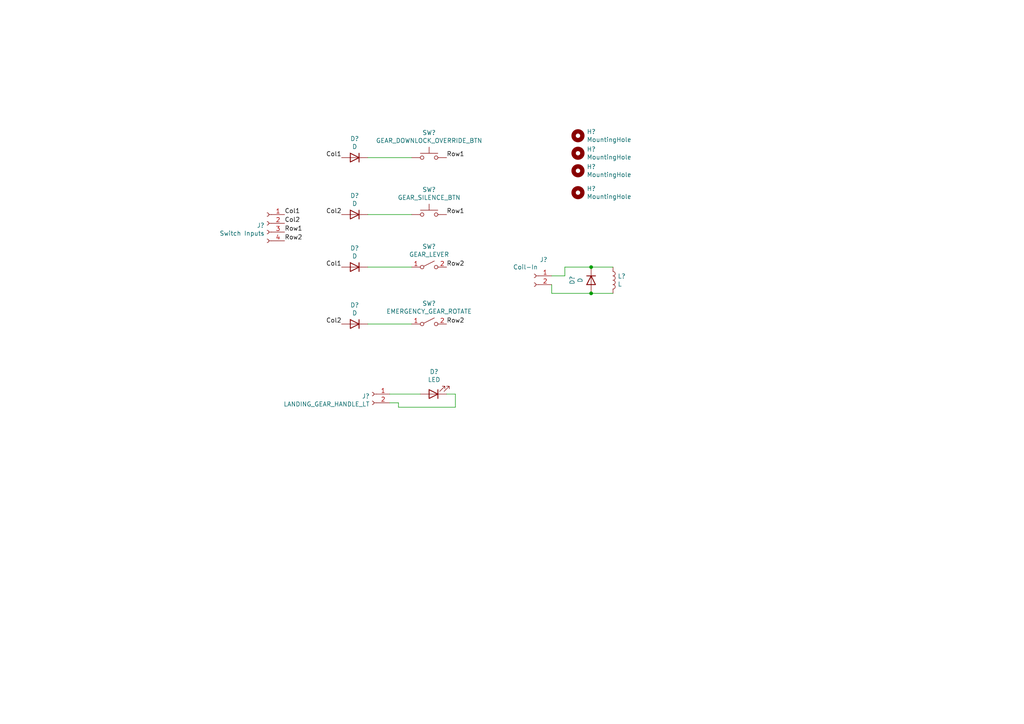
<source format=kicad_sch>
(kicad_sch (version 20211123) (generator eeschema)
  (paper "A4")
  (lib_symbols
    (symbol "Connector:Conn_01x02_Female" (pin_names (offset 1.016) hide)
      (property "Reference" "J" (at 0 2.54 0))
      (property "Value" "Conn_01x02_Female" (at 0 -5.08 0))
      (symbol "Conn_01x02_Female_1_1"
        (arc (start 0 -2.032) (mid -0.508 -2.54) (end 0 -3.048) (stroke (width 0.1524)))
        (polyline (pts (xy -1.27 -2.54) (xy -0.508 -2.54)) (stroke (width 0.1524)))
        (polyline (pts (xy -1.27 0) (xy -0.508 0)) (stroke (width 0.1524)))
        (arc (start 0 0.508) (mid -0.508 0) (end 0 -0.508) (stroke (width 0.1524)))
        (pin passive line (at -5.08 0 0) (length 3.81) (name "Pin_1") (number "1"))
        (pin passive line (at -5.08 -2.54 0) (length 3.81) (name "Pin_2") (number "2"))
      )
    )
    (symbol "Connector:Conn_01x04_Female" (pin_names (offset 1.016) hide)
      (property "Reference" "J" (at 0 5.08 0))
      (property "Value" "Conn_01x04_Female" (at 0 -7.62 0))
      (symbol "Conn_01x04_Female_1_1"
        (arc (start 0 -4.572) (mid -0.508 -5.08) (end 0 -5.588) (stroke (width 0.1524)))
        (arc (start 0 -2.032) (mid -0.508 -2.54) (end 0 -3.048) (stroke (width 0.1524)))
        (polyline (pts (xy -1.27 -5.08) (xy -0.508 -5.08)) (stroke (width 0.1524)))
        (polyline (pts (xy -1.27 -2.54) (xy -0.508 -2.54)) (stroke (width 0.1524)))
        (polyline (pts (xy -1.27 0) (xy -0.508 0)) (stroke (width 0.1524)))
        (polyline (pts (xy -1.27 2.54) (xy -0.508 2.54)) (stroke (width 0.1524)))
        (arc (start 0 0.508) (mid -0.508 0) (end 0 -0.508) (stroke (width 0.1524)))
        (arc (start 0 3.048) (mid -0.508 2.54) (end 0 2.032) (stroke (width 0.1524)))
        (pin passive line (at -5.08 2.54 0) (length 3.81) (name "Pin_1") (number "1"))
        (pin passive line (at -5.08 0 0) (length 3.81) (name "Pin_2") (number "2"))
        (pin passive line (at -5.08 -2.54 0) (length 3.81) (name "Pin_3") (number "3"))
        (pin passive line (at -5.08 -5.08 0) (length 3.81) (name "Pin_4") (number "4"))
      )
    )
    (symbol "Device:D" (pin_numbers hide) (pin_names (offset 1.016) hide)
      (property "Reference" "D" (at 0 2.54 0))
      (property "Value" "D" (at 0 -2.54 0))
      (symbol "D_0_1"
        (polyline (pts (xy -1.27 1.27) (xy -1.27 -1.27)) (stroke (width 0.254)))
        (polyline (pts (xy 1.27 0) (xy -1.27 0)))
        (polyline (pts (xy 1.27 1.27) (xy 1.27 -1.27) (xy -1.27 0) (xy 1.27 1.27)) (stroke (width 0.254)))
      )
      (symbol "D_1_1"
        (pin passive line (at -3.81 0 0) (length 2.54) (name "K") (number "1"))
        (pin passive line (at 3.81 0 180) (length 2.54) (name "A") (number "2"))
      )
    )
    (symbol "Device:L" (pin_numbers hide) (pin_names (offset 1.016) hide)
      (property "Reference" "L" (at -1.27 0 90))
      (property "Value" "L" (at 1.905 0 90))
      (symbol "L_0_1"
        (arc (start 0 -2.54) (mid 0.635 -1.905) (end 0 -1.27))
        (arc (start 0 -1.27) (mid 0.635 -0.635) (end 0 0))
        (arc (start 0 0) (mid 0.635 0.635) (end 0 1.27))
        (arc (start 0 1.27) (mid 0.635 1.905) (end 0 2.54))
      )
      (symbol "L_1_1"
        (pin passive line (at 0 3.81 270) (length 1.27) (name "1") (number "1"))
        (pin passive line (at 0 -3.81 90) (length 1.27) (name "2") (number "2"))
      )
    )
    (symbol "Device:LED" (pin_numbers hide) (pin_names (offset 1.016) hide)
      (property "Reference" "D" (at 0 2.54 0))
      (property "Value" "LED" (at 0 -2.54 0))
      (symbol "LED_0_1"
        (polyline (pts (xy -1.27 -1.27) (xy -1.27 1.27)) (stroke (width 0.254)))
        (polyline (pts (xy -1.27 0) (xy 1.27 0)))
        (polyline (pts (xy 1.27 -1.27) (xy 1.27 1.27) (xy -1.27 0) (xy 1.27 -1.27)) (stroke (width 0.254)))
        (polyline (pts (xy -3.048 -0.762) (xy -4.572 -2.286) (xy -3.81 -2.286) (xy -4.572 -2.286) (xy -4.572 -1.524)))
        (polyline (pts (xy -1.778 -0.762) (xy -3.302 -2.286) (xy -2.54 -2.286) (xy -3.302 -2.286) (xy -3.302 -1.524)))
      )
      (symbol "LED_1_1"
        (pin passive line (at -3.81 0 0) (length 2.54) (name "K") (number "1"))
        (pin passive line (at 3.81 0 180) (length 2.54) (name "A") (number "2"))
      )
    )
    (symbol "Mechanical:MountingHole" (pin_names (offset 1.016))
      (property "Reference" "H" (at 0 5.08 0))
      (property "Value" "MountingHole" (at 0 3.175 0))
      (symbol "MountingHole_0_1"
        (circle (center 0 0) (radius 1.27) (stroke (width 1.27)))
      )
    )
    (symbol "Switch:SW_Push" (pin_numbers hide) (pin_names (offset 1.016) hide)
      (property "Reference" "SW" (at 1.27 2.54 0))
      (property "Value" "SW_Push" (at 0 -1.524 0))
      (symbol "SW_Push_0_1"
        (circle (center -2.032 0) (radius 0.508))
        (polyline (pts (xy 0 1.27) (xy 0 3.048)))
        (polyline (pts (xy 2.54 1.27) (xy -2.54 1.27)))
        (circle (center 2.032 0) (radius 0.508))
        (pin passive line (at -5.08 0 0) (length 2.54) (name "1") (number "1"))
        (pin passive line (at 5.08 0 180) (length 2.54) (name "2") (number "2"))
      )
    )
    (symbol "Switch:SW_SPST" (pin_names (offset 0) hide)
      (property "Reference" "SW" (at 0 3.175 0))
      (property "Value" "SW_SPST" (at 0 -2.54 0))
      (symbol "SW_SPST_0_0"
        (circle (center -2.032 0) (radius 0.508))
        (polyline (pts (xy -1.524 0.254) (xy 1.524 1.778)))
        (circle (center 2.032 0) (radius 0.508))
      )
      (symbol "SW_SPST_1_1"
        (pin passive line (at -5.08 0 0) (length 2.54) (name "A") (number "1"))
        (pin passive line (at 5.08 0 180) (length 2.54) (name "B") (number "2"))
      )
    )
  )
  (junction (at 171.45 77.47))
  (junction (at 171.45 85.09))
  (wire (pts (xy 177.8 77.47) (xy 171.45 77.47)))
  (wire (pts (xy 160.02 85.09) (xy 171.45 85.09)))
  (wire (pts (xy 163.83 77.47) (xy 163.83 80.01)))
  (wire (pts (xy 132.08 114.3) (xy 132.08 118.11)))
  (wire (pts (xy 163.83 80.01) (xy 160.02 80.01)))
  (wire (pts (xy 119.38 45.72) (xy 106.68 45.72)))
  (wire (pts (xy 119.38 77.47) (xy 106.68 77.47)))
  (wire (pts (xy 132.08 118.11) (xy 115.57 118.11)))
  (wire (pts (xy 121.92 114.3) (xy 113.03 114.3)))
  (wire (pts (xy 163.83 77.47) (xy 171.45 77.47)))
  (wire (pts (xy 106.68 93.98) (xy 119.38 93.98)))
  (wire (pts (xy 106.68 62.23) (xy 119.38 62.23)))
  (wire (pts (xy 115.57 118.11) (xy 115.57 116.84)))
  (wire (pts (xy 171.45 85.09) (xy 177.8 85.09)))
  (wire (pts (xy 160.02 82.55) (xy 160.02 85.09)))
  (wire (pts (xy 129.54 114.3) (xy 132.08 114.3)))
  (wire (pts (xy 115.57 116.84) (xy 113.03 116.84)))
  (label "Row2" (at 129.54 77.47 0))
  (label "Col2" (at 99.06 62.23 180))
  (label "Col1" (at 82.55 62.23 0))
  (label "Row2" (at 129.54 93.98 0))
  (label "Col1" (at 99.06 77.47 180))
  (label "Row1" (at 129.54 45.72 0))
  (label "Row1" (at 82.55 67.31 0))
  (label "Col2" (at 99.06 93.98 180))
  (label "Row2" (at 82.55 69.85 0))
  (label "Col1" (at 99.06 45.72 180))
  (label "Row1" (at 129.54 62.23 0))
  (label "Col2" (at 82.55 64.77 0))
  (symbol (lib_id "Mechanical:MountingHole") (at 167.64 55.88 0) (unit 1)
    (property "Reference" "H?" (at 170.18 54.7116 0) (effects (justify left)))
    (property "Value" "MountingHole" (at 170.18 57.023 0) (effects (justify left)))
    (property "Footprint" "MountingHole:MountingHole_3.2mm_M3" (effects hide))
  )
  (symbol (lib_id "Device:D") (at 102.87 45.72 0) (mirror y) (unit 1)
    (property "Reference" "D?" (at 102.87 40.2336 0))
    (property "Value" "D" (at 102.87 42.545 0))
    (property "Footprint" "PT_Library_v001:D_Signal_P7.62mm_Horizontal" (effects hide))
  )
  (symbol (lib_id "Device:LED") (at 125.73 114.3 180) (unit 1)
    (property "Reference" "D?" (at 125.9078 107.823 0))
    (property "Value" "LED" (at 125.9078 110.1344 0))
    (property "Footprint" "PT_Library_v001:Molex_1x02_P2.54mm_Vertical" (effects hide))
  )
  (symbol (lib_id "Device:D") (at 102.87 93.98 0) (mirror y) (unit 1)
    (property "Reference" "D?" (at 102.87 88.4936 0))
    (property "Value" "D" (at 102.87 90.805 0))
    (property "Footprint" "PT_Library_v001:D_Signal_P7.62mm_Horizontal" (effects hide))
  )
  (symbol (lib_id "Switch:SW_SPST") (at 124.46 93.98 0) (unit 1)
    (property "Reference" "SW?" (at 124.46 88.011 0))
    (property "Value" "EMERGENCY_GEAR_ROTATE" (at 124.46 90.3224 0))
    (property "Footprint" "PT_Library_v001:Molex_1x02_P2.54mm_Vertical" (effects hide))
  )
  (symbol (lib_id "Device:L") (at 177.8 81.28 0) (unit 1)
    (property "Reference" "L?" (at 179.1462 80.1116 0) (effects (justify left)))
    (property "Value" "L" (at 179.1462 82.423 0) (effects (justify left)))
    (property "Footprint" "PT_Library_v001:Molex_1x02_P2.54mm_Vertical" (effects hide))
  )
  (symbol (lib_id "Device:D") (at 102.87 62.23 0) (mirror y) (unit 1)
    (property "Reference" "D?" (at 102.87 56.7436 0))
    (property "Value" "D" (at 102.87 59.055 0))
    (property "Footprint" "PT_Library_v001:D_Signal_P7.62mm_Horizontal" (effects hide))
  )
  (symbol (lib_id "Switch:SW_Push") (at 124.46 45.72 0) (unit 1)
    (property "Reference" "SW?" (at 124.46 38.481 0))
    (property "Value" "GEAR_DOWNLOCK_OVERRIDE_BTN" (at 124.46 40.7924 0))
    (property "Footprint" "PT_Library_v001:Molex_1x02_P2.54mm_Vertical" (effects hide))
  )
  (symbol (lib_id "Switch:SW_Push") (at 124.46 62.23 0) (unit 1)
    (property "Reference" "SW?" (at 124.46 54.991 0))
    (property "Value" "GEAR_SILENCE_BTN" (at 124.46 57.3024 0))
    (property "Footprint" "PT_Library_v001:Molex_1x02_P2.54mm_Vertical" (effects hide))
  )
  (symbol (lib_id "Connector:Conn_01x02_Female") (at 107.95 114.3 0) (mirror y) (unit 1)
    (property "Reference" "J?" (at 107.2388 114.9096 0) (effects (justify left)))
    (property "Value" "LANDING_GEAR_HANDLE_LT" (at 107.2388 117.221 0) (effects (justify left)))
    (property "Footprint" "PT_Library_v001:Molex_1x02_P2.54mm_Vertical" (effects hide))
  )
  (symbol (lib_id "Connector:Conn_01x02_Female") (at 154.94 80.01 0) (mirror y) (unit 1)
    (property "Reference" "J?" (at 157.6832 75.311 0))
    (property "Value" "Coil-In" (at 152.4 77.47 0))
    (property "Footprint" "PT_Library_v001:Molex_1x02_P2.54mm_Vertical" (effects hide))
  )
  (symbol (lib_id "Device:D") (at 171.45 81.28 90) (mirror x) (unit 1)
    (property "Reference" "D?" (at 165.9636 81.28 0))
    (property "Value" "D" (at 168.275 81.28 0))
    (property "Footprint" "PT_Library_v001:D_Signal_P7.62mm_Horizontal" (effects hide))
  )
  (symbol (lib_id "Switch:SW_SPST") (at 124.46 77.47 0) (unit 1)
    (property "Reference" "SW?" (at 124.46 71.501 0))
    (property "Value" "GEAR_LEVER" (at 124.46 73.8124 0))
    (property "Footprint" "PT_Library_v001:Molex_1x02_P2.54mm_Vertical" (effects hide))
  )
  (symbol (lib_id "Device:D") (at 102.87 77.47 0) (mirror y) (unit 1)
    (property "Reference" "D?" (at 102.87 71.9836 0))
    (property "Value" "D" (at 102.87 74.295 0))
    (property "Footprint" "PT_Library_v001:D_Signal_P7.62mm_Horizontal" (effects hide))
  )
  (symbol (lib_id "Mechanical:MountingHole") (at 167.64 49.53 0) (unit 1)
    (property "Reference" "H?" (at 170.18 48.3616 0) (effects (justify left)))
    (property "Value" "MountingHole" (at 170.18 50.673 0) (effects (justify left)))
    (property "Footprint" "MountingHole:MountingHole_3.2mm_M3" (effects hide))
  )
  (symbol (lib_id "Mechanical:MountingHole") (at 167.64 39.37 0) (unit 1)
    (property "Reference" "H?" (at 170.18 38.2016 0) (effects (justify left)))
    (property "Value" "MountingHole" (at 170.18 40.513 0) (effects (justify left)))
    (property "Footprint" "MountingHole:MountingHole_3.2mm_M3" (effects hide))
  )
  (symbol (lib_id "Mechanical:MountingHole") (at 167.64 44.45 0) (unit 1)
    (property "Reference" "H?" (at 170.18 43.2816 0) (effects (justify left)))
    (property "Value" "MountingHole" (at 170.18 45.593 0) (effects (justify left)))
    (property "Footprint" "MountingHole:MountingHole_3.2mm_M3" (effects hide))
  )
  (symbol (lib_id "Connector:Conn_01x04_Female") (at 77.47 64.77 0) (mirror y) (unit 1)
    (property "Reference" "J?" (at 76.7588 65.3796 0) (effects (justify left)))
    (property "Value" "Switch Inputs" (at 76.7588 67.691 0) (effects (justify left)))
    (property "Footprint" "PT_Library_v001:Molex_1x04_P2.54mm_Vertical" (effects hide))
  )
)
</source>
